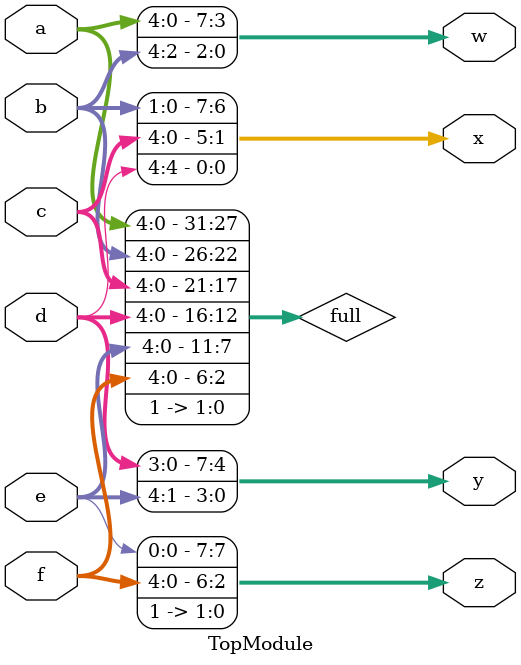
<source format=sv>

module TopModule (
  input [4:0] a,
  input [4:0] b,
  input [4:0] c,
  input [4:0] d,
  input [4:0] e,
  input [4:0] f,
  output [7:0] w,
  output [7:0] x,
  output [7:0] y,
  output [7:0] z
);
wire [31:0] full;

assign full = {a, b, c, d, e, f, 2'b11};

assign w = full[31:24];
assign x = full[23:16];
assign y = full[15:8];
assign z = full[7:0];

endmodule

</source>
